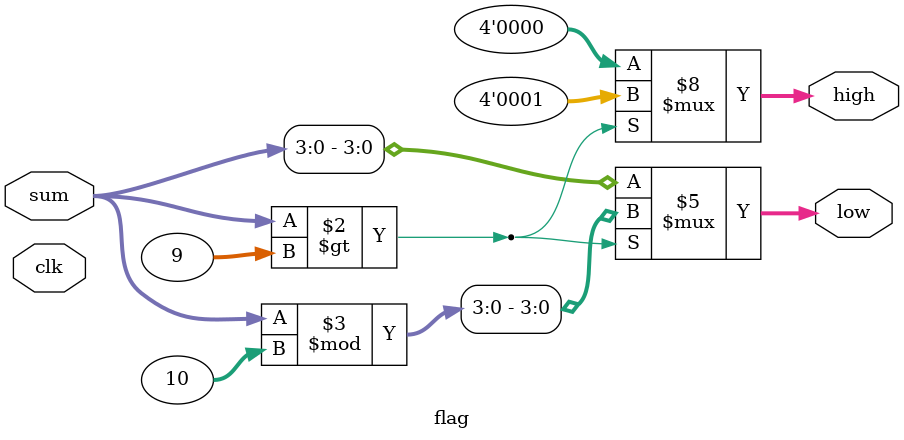
<source format=v>
module flag(clk,sum,high,low);
input clk;
input[4:0] sum;
output[3:0] low;
reg[3:0] low;
output[3:0] high;
reg[3:0] high;

always@(clk)
if(sum > 9)
begin
high <= 1;
low <= sum % 10;
end
else
begin
high <= 0;
low <= sum;
end
endmodule
</source>
